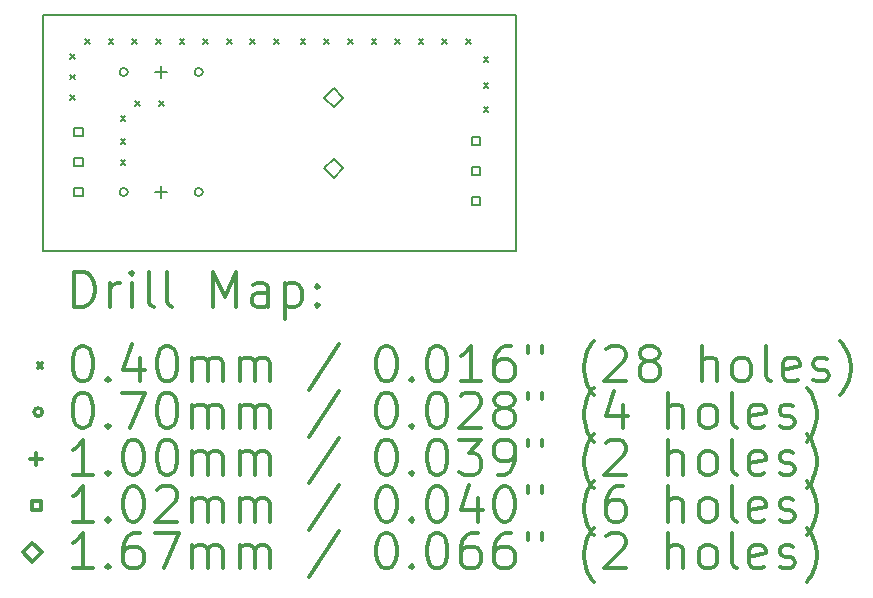
<source format=gbr>
%FSLAX45Y45*%
G04 Gerber Fmt 4.5, Leading zero omitted, Abs format (unit mm)*
G04 Created by KiCad (PCBNEW 4.0.2-stable) date 9/4/2016 3:01:29 AM*
%MOMM*%
G01*
G04 APERTURE LIST*
%ADD10C,0.127000*%
%ADD11C,0.150000*%
%ADD12C,0.200000*%
%ADD13C,0.300000*%
G04 APERTURE END LIST*
D10*
D11*
X16400000Y-11422000D02*
X12400000Y-11422000D01*
X16400000Y-9422000D02*
X16400000Y-11422000D01*
X12400000Y-9422000D02*
X16400000Y-9422000D01*
X12400000Y-11422000D02*
X12400000Y-9422000D01*
D12*
X12630000Y-9752000D02*
X12670000Y-9792000D01*
X12670000Y-9752000D02*
X12630000Y-9792000D01*
X12630000Y-9927000D02*
X12670000Y-9967000D01*
X12670000Y-9927000D02*
X12630000Y-9967000D01*
X12630000Y-10102000D02*
X12670000Y-10142000D01*
X12670000Y-10102000D02*
X12630000Y-10142000D01*
X12755000Y-9627000D02*
X12795000Y-9667000D01*
X12795000Y-9627000D02*
X12755000Y-9667000D01*
X12955000Y-9627000D02*
X12995000Y-9667000D01*
X12995000Y-9627000D02*
X12955000Y-9667000D01*
X13055000Y-10277000D02*
X13095000Y-10317000D01*
X13095000Y-10277000D02*
X13055000Y-10317000D01*
X13055000Y-10477000D02*
X13095000Y-10517000D01*
X13095000Y-10477000D02*
X13055000Y-10517000D01*
X13055000Y-10652000D02*
X13095000Y-10692000D01*
X13095000Y-10652000D02*
X13055000Y-10692000D01*
X13155000Y-9627000D02*
X13195000Y-9667000D01*
X13195000Y-9627000D02*
X13155000Y-9667000D01*
X13180000Y-10152000D02*
X13220000Y-10192000D01*
X13220000Y-10152000D02*
X13180000Y-10192000D01*
X13355000Y-9627000D02*
X13395000Y-9667000D01*
X13395000Y-9627000D02*
X13355000Y-9667000D01*
X13380000Y-10152000D02*
X13420000Y-10192000D01*
X13420000Y-10152000D02*
X13380000Y-10192000D01*
X13555000Y-9627000D02*
X13595000Y-9667000D01*
X13595000Y-9627000D02*
X13555000Y-9667000D01*
X13755000Y-9627000D02*
X13795000Y-9667000D01*
X13795000Y-9627000D02*
X13755000Y-9667000D01*
X13955000Y-9627000D02*
X13995000Y-9667000D01*
X13995000Y-9627000D02*
X13955000Y-9667000D01*
X14155000Y-9627000D02*
X14195000Y-9667000D01*
X14195000Y-9627000D02*
X14155000Y-9667000D01*
X14355000Y-9627000D02*
X14395000Y-9667000D01*
X14395000Y-9627000D02*
X14355000Y-9667000D01*
X14580000Y-9627000D02*
X14620000Y-9667000D01*
X14620000Y-9627000D02*
X14580000Y-9667000D01*
X14780000Y-9627000D02*
X14820000Y-9667000D01*
X14820000Y-9627000D02*
X14780000Y-9667000D01*
X14980000Y-9627000D02*
X15020000Y-9667000D01*
X15020000Y-9627000D02*
X14980000Y-9667000D01*
X15180000Y-9627000D02*
X15220000Y-9667000D01*
X15220000Y-9627000D02*
X15180000Y-9667000D01*
X15380000Y-9627000D02*
X15420000Y-9667000D01*
X15420000Y-9627000D02*
X15380000Y-9667000D01*
X15580000Y-9627000D02*
X15620000Y-9667000D01*
X15620000Y-9627000D02*
X15580000Y-9667000D01*
X15780000Y-9627000D02*
X15820000Y-9667000D01*
X15820000Y-9627000D02*
X15780000Y-9667000D01*
X15980000Y-9627000D02*
X16020000Y-9667000D01*
X16020000Y-9627000D02*
X15980000Y-9667000D01*
X16130000Y-9777000D02*
X16170000Y-9817000D01*
X16170000Y-9777000D02*
X16130000Y-9817000D01*
X16130000Y-10002000D02*
X16170000Y-10042000D01*
X16170000Y-10002000D02*
X16130000Y-10042000D01*
X16130000Y-10202000D02*
X16170000Y-10242000D01*
X16170000Y-10202000D02*
X16130000Y-10242000D01*
X13116052Y-9906000D02*
G75*
G03X13116052Y-9906000I-35052J0D01*
G01*
X13116052Y-10922000D02*
G75*
G03X13116052Y-10922000I-35052J0D01*
G01*
X13751052Y-9906000D02*
G75*
G03X13751052Y-9906000I-35052J0D01*
G01*
X13751052Y-10922000D02*
G75*
G03X13751052Y-10922000I-35052J0D01*
G01*
X13398500Y-9855962D02*
X13398500Y-9956038D01*
X13348462Y-9906000D02*
X13448538Y-9906000D01*
X13398500Y-10871962D02*
X13398500Y-10972038D01*
X13348462Y-10922000D02*
X13448538Y-10922000D01*
X12735921Y-10449921D02*
X12735921Y-10378079D01*
X12664079Y-10378079D01*
X12664079Y-10449921D01*
X12735921Y-10449921D01*
X12735921Y-10703921D02*
X12735921Y-10632079D01*
X12664079Y-10632079D01*
X12664079Y-10703921D01*
X12735921Y-10703921D01*
X12735921Y-10957921D02*
X12735921Y-10886079D01*
X12664079Y-10886079D01*
X12664079Y-10957921D01*
X12735921Y-10957921D01*
X16101421Y-10526121D02*
X16101421Y-10454279D01*
X16029579Y-10454279D01*
X16029579Y-10526121D01*
X16101421Y-10526121D01*
X16101421Y-10780121D02*
X16101421Y-10708279D01*
X16029579Y-10708279D01*
X16029579Y-10780121D01*
X16101421Y-10780121D01*
X16101421Y-11034121D02*
X16101421Y-10962279D01*
X16029579Y-10962279D01*
X16029579Y-11034121D01*
X16101421Y-11034121D01*
X14859000Y-10205500D02*
X14942500Y-10122000D01*
X14859000Y-10038500D01*
X14775500Y-10122000D01*
X14859000Y-10205500D01*
X14859000Y-10805500D02*
X14942500Y-10722000D01*
X14859000Y-10638500D01*
X14775500Y-10722000D01*
X14859000Y-10805500D01*
D13*
X12663928Y-11895214D02*
X12663928Y-11595214D01*
X12735357Y-11595214D01*
X12778214Y-11609500D01*
X12806786Y-11638071D01*
X12821071Y-11666643D01*
X12835357Y-11723786D01*
X12835357Y-11766643D01*
X12821071Y-11823786D01*
X12806786Y-11852357D01*
X12778214Y-11880929D01*
X12735357Y-11895214D01*
X12663928Y-11895214D01*
X12963928Y-11895214D02*
X12963928Y-11695214D01*
X12963928Y-11752357D02*
X12978214Y-11723786D01*
X12992500Y-11709500D01*
X13021071Y-11695214D01*
X13049643Y-11695214D01*
X13149643Y-11895214D02*
X13149643Y-11695214D01*
X13149643Y-11595214D02*
X13135357Y-11609500D01*
X13149643Y-11623786D01*
X13163928Y-11609500D01*
X13149643Y-11595214D01*
X13149643Y-11623786D01*
X13335357Y-11895214D02*
X13306786Y-11880929D01*
X13292500Y-11852357D01*
X13292500Y-11595214D01*
X13492500Y-11895214D02*
X13463928Y-11880929D01*
X13449643Y-11852357D01*
X13449643Y-11595214D01*
X13835357Y-11895214D02*
X13835357Y-11595214D01*
X13935357Y-11809500D01*
X14035357Y-11595214D01*
X14035357Y-11895214D01*
X14306786Y-11895214D02*
X14306786Y-11738071D01*
X14292500Y-11709500D01*
X14263928Y-11695214D01*
X14206786Y-11695214D01*
X14178214Y-11709500D01*
X14306786Y-11880929D02*
X14278214Y-11895214D01*
X14206786Y-11895214D01*
X14178214Y-11880929D01*
X14163928Y-11852357D01*
X14163928Y-11823786D01*
X14178214Y-11795214D01*
X14206786Y-11780929D01*
X14278214Y-11780929D01*
X14306786Y-11766643D01*
X14449643Y-11695214D02*
X14449643Y-11995214D01*
X14449643Y-11709500D02*
X14478214Y-11695214D01*
X14535357Y-11695214D01*
X14563928Y-11709500D01*
X14578214Y-11723786D01*
X14592500Y-11752357D01*
X14592500Y-11838071D01*
X14578214Y-11866643D01*
X14563928Y-11880929D01*
X14535357Y-11895214D01*
X14478214Y-11895214D01*
X14449643Y-11880929D01*
X14721071Y-11866643D02*
X14735357Y-11880929D01*
X14721071Y-11895214D01*
X14706786Y-11880929D01*
X14721071Y-11866643D01*
X14721071Y-11895214D01*
X14721071Y-11709500D02*
X14735357Y-11723786D01*
X14721071Y-11738071D01*
X14706786Y-11723786D01*
X14721071Y-11709500D01*
X14721071Y-11738071D01*
X12352500Y-12369500D02*
X12392500Y-12409500D01*
X12392500Y-12369500D02*
X12352500Y-12409500D01*
X12721071Y-12225214D02*
X12749643Y-12225214D01*
X12778214Y-12239500D01*
X12792500Y-12253786D01*
X12806786Y-12282357D01*
X12821071Y-12339500D01*
X12821071Y-12410929D01*
X12806786Y-12468071D01*
X12792500Y-12496643D01*
X12778214Y-12510929D01*
X12749643Y-12525214D01*
X12721071Y-12525214D01*
X12692500Y-12510929D01*
X12678214Y-12496643D01*
X12663928Y-12468071D01*
X12649643Y-12410929D01*
X12649643Y-12339500D01*
X12663928Y-12282357D01*
X12678214Y-12253786D01*
X12692500Y-12239500D01*
X12721071Y-12225214D01*
X12949643Y-12496643D02*
X12963928Y-12510929D01*
X12949643Y-12525214D01*
X12935357Y-12510929D01*
X12949643Y-12496643D01*
X12949643Y-12525214D01*
X13221071Y-12325214D02*
X13221071Y-12525214D01*
X13149643Y-12210929D02*
X13078214Y-12425214D01*
X13263928Y-12425214D01*
X13435357Y-12225214D02*
X13463928Y-12225214D01*
X13492500Y-12239500D01*
X13506786Y-12253786D01*
X13521071Y-12282357D01*
X13535357Y-12339500D01*
X13535357Y-12410929D01*
X13521071Y-12468071D01*
X13506786Y-12496643D01*
X13492500Y-12510929D01*
X13463928Y-12525214D01*
X13435357Y-12525214D01*
X13406786Y-12510929D01*
X13392500Y-12496643D01*
X13378214Y-12468071D01*
X13363928Y-12410929D01*
X13363928Y-12339500D01*
X13378214Y-12282357D01*
X13392500Y-12253786D01*
X13406786Y-12239500D01*
X13435357Y-12225214D01*
X13663928Y-12525214D02*
X13663928Y-12325214D01*
X13663928Y-12353786D02*
X13678214Y-12339500D01*
X13706786Y-12325214D01*
X13749643Y-12325214D01*
X13778214Y-12339500D01*
X13792500Y-12368071D01*
X13792500Y-12525214D01*
X13792500Y-12368071D02*
X13806786Y-12339500D01*
X13835357Y-12325214D01*
X13878214Y-12325214D01*
X13906786Y-12339500D01*
X13921071Y-12368071D01*
X13921071Y-12525214D01*
X14063928Y-12525214D02*
X14063928Y-12325214D01*
X14063928Y-12353786D02*
X14078214Y-12339500D01*
X14106786Y-12325214D01*
X14149643Y-12325214D01*
X14178214Y-12339500D01*
X14192500Y-12368071D01*
X14192500Y-12525214D01*
X14192500Y-12368071D02*
X14206786Y-12339500D01*
X14235357Y-12325214D01*
X14278214Y-12325214D01*
X14306786Y-12339500D01*
X14321071Y-12368071D01*
X14321071Y-12525214D01*
X14906786Y-12210929D02*
X14649643Y-12596643D01*
X15292500Y-12225214D02*
X15321071Y-12225214D01*
X15349643Y-12239500D01*
X15363928Y-12253786D01*
X15378214Y-12282357D01*
X15392500Y-12339500D01*
X15392500Y-12410929D01*
X15378214Y-12468071D01*
X15363928Y-12496643D01*
X15349643Y-12510929D01*
X15321071Y-12525214D01*
X15292500Y-12525214D01*
X15263928Y-12510929D01*
X15249643Y-12496643D01*
X15235357Y-12468071D01*
X15221071Y-12410929D01*
X15221071Y-12339500D01*
X15235357Y-12282357D01*
X15249643Y-12253786D01*
X15263928Y-12239500D01*
X15292500Y-12225214D01*
X15521071Y-12496643D02*
X15535357Y-12510929D01*
X15521071Y-12525214D01*
X15506786Y-12510929D01*
X15521071Y-12496643D01*
X15521071Y-12525214D01*
X15721071Y-12225214D02*
X15749643Y-12225214D01*
X15778214Y-12239500D01*
X15792500Y-12253786D01*
X15806785Y-12282357D01*
X15821071Y-12339500D01*
X15821071Y-12410929D01*
X15806785Y-12468071D01*
X15792500Y-12496643D01*
X15778214Y-12510929D01*
X15749643Y-12525214D01*
X15721071Y-12525214D01*
X15692500Y-12510929D01*
X15678214Y-12496643D01*
X15663928Y-12468071D01*
X15649643Y-12410929D01*
X15649643Y-12339500D01*
X15663928Y-12282357D01*
X15678214Y-12253786D01*
X15692500Y-12239500D01*
X15721071Y-12225214D01*
X16106785Y-12525214D02*
X15935357Y-12525214D01*
X16021071Y-12525214D02*
X16021071Y-12225214D01*
X15992500Y-12268071D01*
X15963928Y-12296643D01*
X15935357Y-12310929D01*
X16363928Y-12225214D02*
X16306785Y-12225214D01*
X16278214Y-12239500D01*
X16263928Y-12253786D01*
X16235357Y-12296643D01*
X16221071Y-12353786D01*
X16221071Y-12468071D01*
X16235357Y-12496643D01*
X16249643Y-12510929D01*
X16278214Y-12525214D01*
X16335357Y-12525214D01*
X16363928Y-12510929D01*
X16378214Y-12496643D01*
X16392500Y-12468071D01*
X16392500Y-12396643D01*
X16378214Y-12368071D01*
X16363928Y-12353786D01*
X16335357Y-12339500D01*
X16278214Y-12339500D01*
X16249643Y-12353786D01*
X16235357Y-12368071D01*
X16221071Y-12396643D01*
X16506786Y-12225214D02*
X16506786Y-12282357D01*
X16621071Y-12225214D02*
X16621071Y-12282357D01*
X17063928Y-12639500D02*
X17049643Y-12625214D01*
X17021071Y-12582357D01*
X17006786Y-12553786D01*
X16992500Y-12510929D01*
X16978214Y-12439500D01*
X16978214Y-12382357D01*
X16992500Y-12310929D01*
X17006786Y-12268071D01*
X17021071Y-12239500D01*
X17049643Y-12196643D01*
X17063928Y-12182357D01*
X17163928Y-12253786D02*
X17178214Y-12239500D01*
X17206786Y-12225214D01*
X17278214Y-12225214D01*
X17306786Y-12239500D01*
X17321071Y-12253786D01*
X17335357Y-12282357D01*
X17335357Y-12310929D01*
X17321071Y-12353786D01*
X17149643Y-12525214D01*
X17335357Y-12525214D01*
X17506786Y-12353786D02*
X17478214Y-12339500D01*
X17463928Y-12325214D01*
X17449643Y-12296643D01*
X17449643Y-12282357D01*
X17463928Y-12253786D01*
X17478214Y-12239500D01*
X17506786Y-12225214D01*
X17563928Y-12225214D01*
X17592500Y-12239500D01*
X17606786Y-12253786D01*
X17621071Y-12282357D01*
X17621071Y-12296643D01*
X17606786Y-12325214D01*
X17592500Y-12339500D01*
X17563928Y-12353786D01*
X17506786Y-12353786D01*
X17478214Y-12368071D01*
X17463928Y-12382357D01*
X17449643Y-12410929D01*
X17449643Y-12468071D01*
X17463928Y-12496643D01*
X17478214Y-12510929D01*
X17506786Y-12525214D01*
X17563928Y-12525214D01*
X17592500Y-12510929D01*
X17606786Y-12496643D01*
X17621071Y-12468071D01*
X17621071Y-12410929D01*
X17606786Y-12382357D01*
X17592500Y-12368071D01*
X17563928Y-12353786D01*
X17978214Y-12525214D02*
X17978214Y-12225214D01*
X18106786Y-12525214D02*
X18106786Y-12368071D01*
X18092500Y-12339500D01*
X18063928Y-12325214D01*
X18021071Y-12325214D01*
X17992500Y-12339500D01*
X17978214Y-12353786D01*
X18292500Y-12525214D02*
X18263928Y-12510929D01*
X18249643Y-12496643D01*
X18235357Y-12468071D01*
X18235357Y-12382357D01*
X18249643Y-12353786D01*
X18263928Y-12339500D01*
X18292500Y-12325214D01*
X18335357Y-12325214D01*
X18363928Y-12339500D01*
X18378214Y-12353786D01*
X18392500Y-12382357D01*
X18392500Y-12468071D01*
X18378214Y-12496643D01*
X18363928Y-12510929D01*
X18335357Y-12525214D01*
X18292500Y-12525214D01*
X18563928Y-12525214D02*
X18535357Y-12510929D01*
X18521071Y-12482357D01*
X18521071Y-12225214D01*
X18792500Y-12510929D02*
X18763929Y-12525214D01*
X18706786Y-12525214D01*
X18678214Y-12510929D01*
X18663929Y-12482357D01*
X18663929Y-12368071D01*
X18678214Y-12339500D01*
X18706786Y-12325214D01*
X18763929Y-12325214D01*
X18792500Y-12339500D01*
X18806786Y-12368071D01*
X18806786Y-12396643D01*
X18663929Y-12425214D01*
X18921071Y-12510929D02*
X18949643Y-12525214D01*
X19006786Y-12525214D01*
X19035357Y-12510929D01*
X19049643Y-12482357D01*
X19049643Y-12468071D01*
X19035357Y-12439500D01*
X19006786Y-12425214D01*
X18963929Y-12425214D01*
X18935357Y-12410929D01*
X18921071Y-12382357D01*
X18921071Y-12368071D01*
X18935357Y-12339500D01*
X18963929Y-12325214D01*
X19006786Y-12325214D01*
X19035357Y-12339500D01*
X19149643Y-12639500D02*
X19163929Y-12625214D01*
X19192500Y-12582357D01*
X19206786Y-12553786D01*
X19221071Y-12510929D01*
X19235357Y-12439500D01*
X19235357Y-12382357D01*
X19221071Y-12310929D01*
X19206786Y-12268071D01*
X19192500Y-12239500D01*
X19163929Y-12196643D01*
X19149643Y-12182357D01*
X12392500Y-12785500D02*
G75*
G03X12392500Y-12785500I-35052J0D01*
G01*
X12721071Y-12621214D02*
X12749643Y-12621214D01*
X12778214Y-12635500D01*
X12792500Y-12649786D01*
X12806786Y-12678357D01*
X12821071Y-12735500D01*
X12821071Y-12806929D01*
X12806786Y-12864071D01*
X12792500Y-12892643D01*
X12778214Y-12906929D01*
X12749643Y-12921214D01*
X12721071Y-12921214D01*
X12692500Y-12906929D01*
X12678214Y-12892643D01*
X12663928Y-12864071D01*
X12649643Y-12806929D01*
X12649643Y-12735500D01*
X12663928Y-12678357D01*
X12678214Y-12649786D01*
X12692500Y-12635500D01*
X12721071Y-12621214D01*
X12949643Y-12892643D02*
X12963928Y-12906929D01*
X12949643Y-12921214D01*
X12935357Y-12906929D01*
X12949643Y-12892643D01*
X12949643Y-12921214D01*
X13063928Y-12621214D02*
X13263928Y-12621214D01*
X13135357Y-12921214D01*
X13435357Y-12621214D02*
X13463928Y-12621214D01*
X13492500Y-12635500D01*
X13506786Y-12649786D01*
X13521071Y-12678357D01*
X13535357Y-12735500D01*
X13535357Y-12806929D01*
X13521071Y-12864071D01*
X13506786Y-12892643D01*
X13492500Y-12906929D01*
X13463928Y-12921214D01*
X13435357Y-12921214D01*
X13406786Y-12906929D01*
X13392500Y-12892643D01*
X13378214Y-12864071D01*
X13363928Y-12806929D01*
X13363928Y-12735500D01*
X13378214Y-12678357D01*
X13392500Y-12649786D01*
X13406786Y-12635500D01*
X13435357Y-12621214D01*
X13663928Y-12921214D02*
X13663928Y-12721214D01*
X13663928Y-12749786D02*
X13678214Y-12735500D01*
X13706786Y-12721214D01*
X13749643Y-12721214D01*
X13778214Y-12735500D01*
X13792500Y-12764071D01*
X13792500Y-12921214D01*
X13792500Y-12764071D02*
X13806786Y-12735500D01*
X13835357Y-12721214D01*
X13878214Y-12721214D01*
X13906786Y-12735500D01*
X13921071Y-12764071D01*
X13921071Y-12921214D01*
X14063928Y-12921214D02*
X14063928Y-12721214D01*
X14063928Y-12749786D02*
X14078214Y-12735500D01*
X14106786Y-12721214D01*
X14149643Y-12721214D01*
X14178214Y-12735500D01*
X14192500Y-12764071D01*
X14192500Y-12921214D01*
X14192500Y-12764071D02*
X14206786Y-12735500D01*
X14235357Y-12721214D01*
X14278214Y-12721214D01*
X14306786Y-12735500D01*
X14321071Y-12764071D01*
X14321071Y-12921214D01*
X14906786Y-12606929D02*
X14649643Y-12992643D01*
X15292500Y-12621214D02*
X15321071Y-12621214D01*
X15349643Y-12635500D01*
X15363928Y-12649786D01*
X15378214Y-12678357D01*
X15392500Y-12735500D01*
X15392500Y-12806929D01*
X15378214Y-12864071D01*
X15363928Y-12892643D01*
X15349643Y-12906929D01*
X15321071Y-12921214D01*
X15292500Y-12921214D01*
X15263928Y-12906929D01*
X15249643Y-12892643D01*
X15235357Y-12864071D01*
X15221071Y-12806929D01*
X15221071Y-12735500D01*
X15235357Y-12678357D01*
X15249643Y-12649786D01*
X15263928Y-12635500D01*
X15292500Y-12621214D01*
X15521071Y-12892643D02*
X15535357Y-12906929D01*
X15521071Y-12921214D01*
X15506786Y-12906929D01*
X15521071Y-12892643D01*
X15521071Y-12921214D01*
X15721071Y-12621214D02*
X15749643Y-12621214D01*
X15778214Y-12635500D01*
X15792500Y-12649786D01*
X15806785Y-12678357D01*
X15821071Y-12735500D01*
X15821071Y-12806929D01*
X15806785Y-12864071D01*
X15792500Y-12892643D01*
X15778214Y-12906929D01*
X15749643Y-12921214D01*
X15721071Y-12921214D01*
X15692500Y-12906929D01*
X15678214Y-12892643D01*
X15663928Y-12864071D01*
X15649643Y-12806929D01*
X15649643Y-12735500D01*
X15663928Y-12678357D01*
X15678214Y-12649786D01*
X15692500Y-12635500D01*
X15721071Y-12621214D01*
X15935357Y-12649786D02*
X15949643Y-12635500D01*
X15978214Y-12621214D01*
X16049643Y-12621214D01*
X16078214Y-12635500D01*
X16092500Y-12649786D01*
X16106785Y-12678357D01*
X16106785Y-12706929D01*
X16092500Y-12749786D01*
X15921071Y-12921214D01*
X16106785Y-12921214D01*
X16278214Y-12749786D02*
X16249643Y-12735500D01*
X16235357Y-12721214D01*
X16221071Y-12692643D01*
X16221071Y-12678357D01*
X16235357Y-12649786D01*
X16249643Y-12635500D01*
X16278214Y-12621214D01*
X16335357Y-12621214D01*
X16363928Y-12635500D01*
X16378214Y-12649786D01*
X16392500Y-12678357D01*
X16392500Y-12692643D01*
X16378214Y-12721214D01*
X16363928Y-12735500D01*
X16335357Y-12749786D01*
X16278214Y-12749786D01*
X16249643Y-12764071D01*
X16235357Y-12778357D01*
X16221071Y-12806929D01*
X16221071Y-12864071D01*
X16235357Y-12892643D01*
X16249643Y-12906929D01*
X16278214Y-12921214D01*
X16335357Y-12921214D01*
X16363928Y-12906929D01*
X16378214Y-12892643D01*
X16392500Y-12864071D01*
X16392500Y-12806929D01*
X16378214Y-12778357D01*
X16363928Y-12764071D01*
X16335357Y-12749786D01*
X16506786Y-12621214D02*
X16506786Y-12678357D01*
X16621071Y-12621214D02*
X16621071Y-12678357D01*
X17063928Y-13035500D02*
X17049643Y-13021214D01*
X17021071Y-12978357D01*
X17006786Y-12949786D01*
X16992500Y-12906929D01*
X16978214Y-12835500D01*
X16978214Y-12778357D01*
X16992500Y-12706929D01*
X17006786Y-12664071D01*
X17021071Y-12635500D01*
X17049643Y-12592643D01*
X17063928Y-12578357D01*
X17306786Y-12721214D02*
X17306786Y-12921214D01*
X17235357Y-12606929D02*
X17163928Y-12821214D01*
X17349643Y-12821214D01*
X17692500Y-12921214D02*
X17692500Y-12621214D01*
X17821071Y-12921214D02*
X17821071Y-12764071D01*
X17806786Y-12735500D01*
X17778214Y-12721214D01*
X17735357Y-12721214D01*
X17706786Y-12735500D01*
X17692500Y-12749786D01*
X18006786Y-12921214D02*
X17978214Y-12906929D01*
X17963928Y-12892643D01*
X17949643Y-12864071D01*
X17949643Y-12778357D01*
X17963928Y-12749786D01*
X17978214Y-12735500D01*
X18006786Y-12721214D01*
X18049643Y-12721214D01*
X18078214Y-12735500D01*
X18092500Y-12749786D01*
X18106786Y-12778357D01*
X18106786Y-12864071D01*
X18092500Y-12892643D01*
X18078214Y-12906929D01*
X18049643Y-12921214D01*
X18006786Y-12921214D01*
X18278214Y-12921214D02*
X18249643Y-12906929D01*
X18235357Y-12878357D01*
X18235357Y-12621214D01*
X18506786Y-12906929D02*
X18478214Y-12921214D01*
X18421071Y-12921214D01*
X18392500Y-12906929D01*
X18378214Y-12878357D01*
X18378214Y-12764071D01*
X18392500Y-12735500D01*
X18421071Y-12721214D01*
X18478214Y-12721214D01*
X18506786Y-12735500D01*
X18521071Y-12764071D01*
X18521071Y-12792643D01*
X18378214Y-12821214D01*
X18635357Y-12906929D02*
X18663929Y-12921214D01*
X18721071Y-12921214D01*
X18749643Y-12906929D01*
X18763929Y-12878357D01*
X18763929Y-12864071D01*
X18749643Y-12835500D01*
X18721071Y-12821214D01*
X18678214Y-12821214D01*
X18649643Y-12806929D01*
X18635357Y-12778357D01*
X18635357Y-12764071D01*
X18649643Y-12735500D01*
X18678214Y-12721214D01*
X18721071Y-12721214D01*
X18749643Y-12735500D01*
X18863928Y-13035500D02*
X18878214Y-13021214D01*
X18906786Y-12978357D01*
X18921071Y-12949786D01*
X18935357Y-12906929D01*
X18949643Y-12835500D01*
X18949643Y-12778357D01*
X18935357Y-12706929D01*
X18921071Y-12664071D01*
X18906786Y-12635500D01*
X18878214Y-12592643D01*
X18863928Y-12578357D01*
X12342462Y-13131462D02*
X12342462Y-13231538D01*
X12292424Y-13181500D02*
X12392500Y-13181500D01*
X12821071Y-13317214D02*
X12649643Y-13317214D01*
X12735357Y-13317214D02*
X12735357Y-13017214D01*
X12706786Y-13060071D01*
X12678214Y-13088643D01*
X12649643Y-13102929D01*
X12949643Y-13288643D02*
X12963928Y-13302929D01*
X12949643Y-13317214D01*
X12935357Y-13302929D01*
X12949643Y-13288643D01*
X12949643Y-13317214D01*
X13149643Y-13017214D02*
X13178214Y-13017214D01*
X13206786Y-13031500D01*
X13221071Y-13045786D01*
X13235357Y-13074357D01*
X13249643Y-13131500D01*
X13249643Y-13202929D01*
X13235357Y-13260071D01*
X13221071Y-13288643D01*
X13206786Y-13302929D01*
X13178214Y-13317214D01*
X13149643Y-13317214D01*
X13121071Y-13302929D01*
X13106786Y-13288643D01*
X13092500Y-13260071D01*
X13078214Y-13202929D01*
X13078214Y-13131500D01*
X13092500Y-13074357D01*
X13106786Y-13045786D01*
X13121071Y-13031500D01*
X13149643Y-13017214D01*
X13435357Y-13017214D02*
X13463928Y-13017214D01*
X13492500Y-13031500D01*
X13506786Y-13045786D01*
X13521071Y-13074357D01*
X13535357Y-13131500D01*
X13535357Y-13202929D01*
X13521071Y-13260071D01*
X13506786Y-13288643D01*
X13492500Y-13302929D01*
X13463928Y-13317214D01*
X13435357Y-13317214D01*
X13406786Y-13302929D01*
X13392500Y-13288643D01*
X13378214Y-13260071D01*
X13363928Y-13202929D01*
X13363928Y-13131500D01*
X13378214Y-13074357D01*
X13392500Y-13045786D01*
X13406786Y-13031500D01*
X13435357Y-13017214D01*
X13663928Y-13317214D02*
X13663928Y-13117214D01*
X13663928Y-13145786D02*
X13678214Y-13131500D01*
X13706786Y-13117214D01*
X13749643Y-13117214D01*
X13778214Y-13131500D01*
X13792500Y-13160071D01*
X13792500Y-13317214D01*
X13792500Y-13160071D02*
X13806786Y-13131500D01*
X13835357Y-13117214D01*
X13878214Y-13117214D01*
X13906786Y-13131500D01*
X13921071Y-13160071D01*
X13921071Y-13317214D01*
X14063928Y-13317214D02*
X14063928Y-13117214D01*
X14063928Y-13145786D02*
X14078214Y-13131500D01*
X14106786Y-13117214D01*
X14149643Y-13117214D01*
X14178214Y-13131500D01*
X14192500Y-13160071D01*
X14192500Y-13317214D01*
X14192500Y-13160071D02*
X14206786Y-13131500D01*
X14235357Y-13117214D01*
X14278214Y-13117214D01*
X14306786Y-13131500D01*
X14321071Y-13160071D01*
X14321071Y-13317214D01*
X14906786Y-13002929D02*
X14649643Y-13388643D01*
X15292500Y-13017214D02*
X15321071Y-13017214D01*
X15349643Y-13031500D01*
X15363928Y-13045786D01*
X15378214Y-13074357D01*
X15392500Y-13131500D01*
X15392500Y-13202929D01*
X15378214Y-13260071D01*
X15363928Y-13288643D01*
X15349643Y-13302929D01*
X15321071Y-13317214D01*
X15292500Y-13317214D01*
X15263928Y-13302929D01*
X15249643Y-13288643D01*
X15235357Y-13260071D01*
X15221071Y-13202929D01*
X15221071Y-13131500D01*
X15235357Y-13074357D01*
X15249643Y-13045786D01*
X15263928Y-13031500D01*
X15292500Y-13017214D01*
X15521071Y-13288643D02*
X15535357Y-13302929D01*
X15521071Y-13317214D01*
X15506786Y-13302929D01*
X15521071Y-13288643D01*
X15521071Y-13317214D01*
X15721071Y-13017214D02*
X15749643Y-13017214D01*
X15778214Y-13031500D01*
X15792500Y-13045786D01*
X15806785Y-13074357D01*
X15821071Y-13131500D01*
X15821071Y-13202929D01*
X15806785Y-13260071D01*
X15792500Y-13288643D01*
X15778214Y-13302929D01*
X15749643Y-13317214D01*
X15721071Y-13317214D01*
X15692500Y-13302929D01*
X15678214Y-13288643D01*
X15663928Y-13260071D01*
X15649643Y-13202929D01*
X15649643Y-13131500D01*
X15663928Y-13074357D01*
X15678214Y-13045786D01*
X15692500Y-13031500D01*
X15721071Y-13017214D01*
X15921071Y-13017214D02*
X16106785Y-13017214D01*
X16006785Y-13131500D01*
X16049643Y-13131500D01*
X16078214Y-13145786D01*
X16092500Y-13160071D01*
X16106785Y-13188643D01*
X16106785Y-13260071D01*
X16092500Y-13288643D01*
X16078214Y-13302929D01*
X16049643Y-13317214D01*
X15963928Y-13317214D01*
X15935357Y-13302929D01*
X15921071Y-13288643D01*
X16249643Y-13317214D02*
X16306785Y-13317214D01*
X16335357Y-13302929D01*
X16349643Y-13288643D01*
X16378214Y-13245786D01*
X16392500Y-13188643D01*
X16392500Y-13074357D01*
X16378214Y-13045786D01*
X16363928Y-13031500D01*
X16335357Y-13017214D01*
X16278214Y-13017214D01*
X16249643Y-13031500D01*
X16235357Y-13045786D01*
X16221071Y-13074357D01*
X16221071Y-13145786D01*
X16235357Y-13174357D01*
X16249643Y-13188643D01*
X16278214Y-13202929D01*
X16335357Y-13202929D01*
X16363928Y-13188643D01*
X16378214Y-13174357D01*
X16392500Y-13145786D01*
X16506786Y-13017214D02*
X16506786Y-13074357D01*
X16621071Y-13017214D02*
X16621071Y-13074357D01*
X17063928Y-13431500D02*
X17049643Y-13417214D01*
X17021071Y-13374357D01*
X17006786Y-13345786D01*
X16992500Y-13302929D01*
X16978214Y-13231500D01*
X16978214Y-13174357D01*
X16992500Y-13102929D01*
X17006786Y-13060071D01*
X17021071Y-13031500D01*
X17049643Y-12988643D01*
X17063928Y-12974357D01*
X17163928Y-13045786D02*
X17178214Y-13031500D01*
X17206786Y-13017214D01*
X17278214Y-13017214D01*
X17306786Y-13031500D01*
X17321071Y-13045786D01*
X17335357Y-13074357D01*
X17335357Y-13102929D01*
X17321071Y-13145786D01*
X17149643Y-13317214D01*
X17335357Y-13317214D01*
X17692500Y-13317214D02*
X17692500Y-13017214D01*
X17821071Y-13317214D02*
X17821071Y-13160071D01*
X17806786Y-13131500D01*
X17778214Y-13117214D01*
X17735357Y-13117214D01*
X17706786Y-13131500D01*
X17692500Y-13145786D01*
X18006786Y-13317214D02*
X17978214Y-13302929D01*
X17963928Y-13288643D01*
X17949643Y-13260071D01*
X17949643Y-13174357D01*
X17963928Y-13145786D01*
X17978214Y-13131500D01*
X18006786Y-13117214D01*
X18049643Y-13117214D01*
X18078214Y-13131500D01*
X18092500Y-13145786D01*
X18106786Y-13174357D01*
X18106786Y-13260071D01*
X18092500Y-13288643D01*
X18078214Y-13302929D01*
X18049643Y-13317214D01*
X18006786Y-13317214D01*
X18278214Y-13317214D02*
X18249643Y-13302929D01*
X18235357Y-13274357D01*
X18235357Y-13017214D01*
X18506786Y-13302929D02*
X18478214Y-13317214D01*
X18421071Y-13317214D01*
X18392500Y-13302929D01*
X18378214Y-13274357D01*
X18378214Y-13160071D01*
X18392500Y-13131500D01*
X18421071Y-13117214D01*
X18478214Y-13117214D01*
X18506786Y-13131500D01*
X18521071Y-13160071D01*
X18521071Y-13188643D01*
X18378214Y-13217214D01*
X18635357Y-13302929D02*
X18663929Y-13317214D01*
X18721071Y-13317214D01*
X18749643Y-13302929D01*
X18763929Y-13274357D01*
X18763929Y-13260071D01*
X18749643Y-13231500D01*
X18721071Y-13217214D01*
X18678214Y-13217214D01*
X18649643Y-13202929D01*
X18635357Y-13174357D01*
X18635357Y-13160071D01*
X18649643Y-13131500D01*
X18678214Y-13117214D01*
X18721071Y-13117214D01*
X18749643Y-13131500D01*
X18863928Y-13431500D02*
X18878214Y-13417214D01*
X18906786Y-13374357D01*
X18921071Y-13345786D01*
X18935357Y-13302929D01*
X18949643Y-13231500D01*
X18949643Y-13174357D01*
X18935357Y-13102929D01*
X18921071Y-13060071D01*
X18906786Y-13031500D01*
X18878214Y-12988643D01*
X18863928Y-12974357D01*
X12377621Y-13613421D02*
X12377621Y-13541579D01*
X12305778Y-13541579D01*
X12305778Y-13613421D01*
X12377621Y-13613421D01*
X12821071Y-13713214D02*
X12649643Y-13713214D01*
X12735357Y-13713214D02*
X12735357Y-13413214D01*
X12706786Y-13456071D01*
X12678214Y-13484643D01*
X12649643Y-13498929D01*
X12949643Y-13684643D02*
X12963928Y-13698929D01*
X12949643Y-13713214D01*
X12935357Y-13698929D01*
X12949643Y-13684643D01*
X12949643Y-13713214D01*
X13149643Y-13413214D02*
X13178214Y-13413214D01*
X13206786Y-13427500D01*
X13221071Y-13441786D01*
X13235357Y-13470357D01*
X13249643Y-13527500D01*
X13249643Y-13598929D01*
X13235357Y-13656071D01*
X13221071Y-13684643D01*
X13206786Y-13698929D01*
X13178214Y-13713214D01*
X13149643Y-13713214D01*
X13121071Y-13698929D01*
X13106786Y-13684643D01*
X13092500Y-13656071D01*
X13078214Y-13598929D01*
X13078214Y-13527500D01*
X13092500Y-13470357D01*
X13106786Y-13441786D01*
X13121071Y-13427500D01*
X13149643Y-13413214D01*
X13363928Y-13441786D02*
X13378214Y-13427500D01*
X13406786Y-13413214D01*
X13478214Y-13413214D01*
X13506786Y-13427500D01*
X13521071Y-13441786D01*
X13535357Y-13470357D01*
X13535357Y-13498929D01*
X13521071Y-13541786D01*
X13349643Y-13713214D01*
X13535357Y-13713214D01*
X13663928Y-13713214D02*
X13663928Y-13513214D01*
X13663928Y-13541786D02*
X13678214Y-13527500D01*
X13706786Y-13513214D01*
X13749643Y-13513214D01*
X13778214Y-13527500D01*
X13792500Y-13556071D01*
X13792500Y-13713214D01*
X13792500Y-13556071D02*
X13806786Y-13527500D01*
X13835357Y-13513214D01*
X13878214Y-13513214D01*
X13906786Y-13527500D01*
X13921071Y-13556071D01*
X13921071Y-13713214D01*
X14063928Y-13713214D02*
X14063928Y-13513214D01*
X14063928Y-13541786D02*
X14078214Y-13527500D01*
X14106786Y-13513214D01*
X14149643Y-13513214D01*
X14178214Y-13527500D01*
X14192500Y-13556071D01*
X14192500Y-13713214D01*
X14192500Y-13556071D02*
X14206786Y-13527500D01*
X14235357Y-13513214D01*
X14278214Y-13513214D01*
X14306786Y-13527500D01*
X14321071Y-13556071D01*
X14321071Y-13713214D01*
X14906786Y-13398929D02*
X14649643Y-13784643D01*
X15292500Y-13413214D02*
X15321071Y-13413214D01*
X15349643Y-13427500D01*
X15363928Y-13441786D01*
X15378214Y-13470357D01*
X15392500Y-13527500D01*
X15392500Y-13598929D01*
X15378214Y-13656071D01*
X15363928Y-13684643D01*
X15349643Y-13698929D01*
X15321071Y-13713214D01*
X15292500Y-13713214D01*
X15263928Y-13698929D01*
X15249643Y-13684643D01*
X15235357Y-13656071D01*
X15221071Y-13598929D01*
X15221071Y-13527500D01*
X15235357Y-13470357D01*
X15249643Y-13441786D01*
X15263928Y-13427500D01*
X15292500Y-13413214D01*
X15521071Y-13684643D02*
X15535357Y-13698929D01*
X15521071Y-13713214D01*
X15506786Y-13698929D01*
X15521071Y-13684643D01*
X15521071Y-13713214D01*
X15721071Y-13413214D02*
X15749643Y-13413214D01*
X15778214Y-13427500D01*
X15792500Y-13441786D01*
X15806785Y-13470357D01*
X15821071Y-13527500D01*
X15821071Y-13598929D01*
X15806785Y-13656071D01*
X15792500Y-13684643D01*
X15778214Y-13698929D01*
X15749643Y-13713214D01*
X15721071Y-13713214D01*
X15692500Y-13698929D01*
X15678214Y-13684643D01*
X15663928Y-13656071D01*
X15649643Y-13598929D01*
X15649643Y-13527500D01*
X15663928Y-13470357D01*
X15678214Y-13441786D01*
X15692500Y-13427500D01*
X15721071Y-13413214D01*
X16078214Y-13513214D02*
X16078214Y-13713214D01*
X16006785Y-13398929D02*
X15935357Y-13613214D01*
X16121071Y-13613214D01*
X16292500Y-13413214D02*
X16321071Y-13413214D01*
X16349643Y-13427500D01*
X16363928Y-13441786D01*
X16378214Y-13470357D01*
X16392500Y-13527500D01*
X16392500Y-13598929D01*
X16378214Y-13656071D01*
X16363928Y-13684643D01*
X16349643Y-13698929D01*
X16321071Y-13713214D01*
X16292500Y-13713214D01*
X16263928Y-13698929D01*
X16249643Y-13684643D01*
X16235357Y-13656071D01*
X16221071Y-13598929D01*
X16221071Y-13527500D01*
X16235357Y-13470357D01*
X16249643Y-13441786D01*
X16263928Y-13427500D01*
X16292500Y-13413214D01*
X16506786Y-13413214D02*
X16506786Y-13470357D01*
X16621071Y-13413214D02*
X16621071Y-13470357D01*
X17063928Y-13827500D02*
X17049643Y-13813214D01*
X17021071Y-13770357D01*
X17006786Y-13741786D01*
X16992500Y-13698929D01*
X16978214Y-13627500D01*
X16978214Y-13570357D01*
X16992500Y-13498929D01*
X17006786Y-13456071D01*
X17021071Y-13427500D01*
X17049643Y-13384643D01*
X17063928Y-13370357D01*
X17306786Y-13413214D02*
X17249643Y-13413214D01*
X17221071Y-13427500D01*
X17206786Y-13441786D01*
X17178214Y-13484643D01*
X17163928Y-13541786D01*
X17163928Y-13656071D01*
X17178214Y-13684643D01*
X17192500Y-13698929D01*
X17221071Y-13713214D01*
X17278214Y-13713214D01*
X17306786Y-13698929D01*
X17321071Y-13684643D01*
X17335357Y-13656071D01*
X17335357Y-13584643D01*
X17321071Y-13556071D01*
X17306786Y-13541786D01*
X17278214Y-13527500D01*
X17221071Y-13527500D01*
X17192500Y-13541786D01*
X17178214Y-13556071D01*
X17163928Y-13584643D01*
X17692500Y-13713214D02*
X17692500Y-13413214D01*
X17821071Y-13713214D02*
X17821071Y-13556071D01*
X17806786Y-13527500D01*
X17778214Y-13513214D01*
X17735357Y-13513214D01*
X17706786Y-13527500D01*
X17692500Y-13541786D01*
X18006786Y-13713214D02*
X17978214Y-13698929D01*
X17963928Y-13684643D01*
X17949643Y-13656071D01*
X17949643Y-13570357D01*
X17963928Y-13541786D01*
X17978214Y-13527500D01*
X18006786Y-13513214D01*
X18049643Y-13513214D01*
X18078214Y-13527500D01*
X18092500Y-13541786D01*
X18106786Y-13570357D01*
X18106786Y-13656071D01*
X18092500Y-13684643D01*
X18078214Y-13698929D01*
X18049643Y-13713214D01*
X18006786Y-13713214D01*
X18278214Y-13713214D02*
X18249643Y-13698929D01*
X18235357Y-13670357D01*
X18235357Y-13413214D01*
X18506786Y-13698929D02*
X18478214Y-13713214D01*
X18421071Y-13713214D01*
X18392500Y-13698929D01*
X18378214Y-13670357D01*
X18378214Y-13556071D01*
X18392500Y-13527500D01*
X18421071Y-13513214D01*
X18478214Y-13513214D01*
X18506786Y-13527500D01*
X18521071Y-13556071D01*
X18521071Y-13584643D01*
X18378214Y-13613214D01*
X18635357Y-13698929D02*
X18663929Y-13713214D01*
X18721071Y-13713214D01*
X18749643Y-13698929D01*
X18763929Y-13670357D01*
X18763929Y-13656071D01*
X18749643Y-13627500D01*
X18721071Y-13613214D01*
X18678214Y-13613214D01*
X18649643Y-13598929D01*
X18635357Y-13570357D01*
X18635357Y-13556071D01*
X18649643Y-13527500D01*
X18678214Y-13513214D01*
X18721071Y-13513214D01*
X18749643Y-13527500D01*
X18863928Y-13827500D02*
X18878214Y-13813214D01*
X18906786Y-13770357D01*
X18921071Y-13741786D01*
X18935357Y-13698929D01*
X18949643Y-13627500D01*
X18949643Y-13570357D01*
X18935357Y-13498929D01*
X18921071Y-13456071D01*
X18906786Y-13427500D01*
X18878214Y-13384643D01*
X18863928Y-13370357D01*
X12309000Y-14057000D02*
X12392500Y-13973500D01*
X12309000Y-13890000D01*
X12225500Y-13973500D01*
X12309000Y-14057000D01*
X12821071Y-14109214D02*
X12649643Y-14109214D01*
X12735357Y-14109214D02*
X12735357Y-13809214D01*
X12706786Y-13852071D01*
X12678214Y-13880643D01*
X12649643Y-13894929D01*
X12949643Y-14080643D02*
X12963928Y-14094929D01*
X12949643Y-14109214D01*
X12935357Y-14094929D01*
X12949643Y-14080643D01*
X12949643Y-14109214D01*
X13221071Y-13809214D02*
X13163928Y-13809214D01*
X13135357Y-13823500D01*
X13121071Y-13837786D01*
X13092500Y-13880643D01*
X13078214Y-13937786D01*
X13078214Y-14052071D01*
X13092500Y-14080643D01*
X13106786Y-14094929D01*
X13135357Y-14109214D01*
X13192500Y-14109214D01*
X13221071Y-14094929D01*
X13235357Y-14080643D01*
X13249643Y-14052071D01*
X13249643Y-13980643D01*
X13235357Y-13952071D01*
X13221071Y-13937786D01*
X13192500Y-13923500D01*
X13135357Y-13923500D01*
X13106786Y-13937786D01*
X13092500Y-13952071D01*
X13078214Y-13980643D01*
X13349643Y-13809214D02*
X13549643Y-13809214D01*
X13421071Y-14109214D01*
X13663928Y-14109214D02*
X13663928Y-13909214D01*
X13663928Y-13937786D02*
X13678214Y-13923500D01*
X13706786Y-13909214D01*
X13749643Y-13909214D01*
X13778214Y-13923500D01*
X13792500Y-13952071D01*
X13792500Y-14109214D01*
X13792500Y-13952071D02*
X13806786Y-13923500D01*
X13835357Y-13909214D01*
X13878214Y-13909214D01*
X13906786Y-13923500D01*
X13921071Y-13952071D01*
X13921071Y-14109214D01*
X14063928Y-14109214D02*
X14063928Y-13909214D01*
X14063928Y-13937786D02*
X14078214Y-13923500D01*
X14106786Y-13909214D01*
X14149643Y-13909214D01*
X14178214Y-13923500D01*
X14192500Y-13952071D01*
X14192500Y-14109214D01*
X14192500Y-13952071D02*
X14206786Y-13923500D01*
X14235357Y-13909214D01*
X14278214Y-13909214D01*
X14306786Y-13923500D01*
X14321071Y-13952071D01*
X14321071Y-14109214D01*
X14906786Y-13794929D02*
X14649643Y-14180643D01*
X15292500Y-13809214D02*
X15321071Y-13809214D01*
X15349643Y-13823500D01*
X15363928Y-13837786D01*
X15378214Y-13866357D01*
X15392500Y-13923500D01*
X15392500Y-13994929D01*
X15378214Y-14052071D01*
X15363928Y-14080643D01*
X15349643Y-14094929D01*
X15321071Y-14109214D01*
X15292500Y-14109214D01*
X15263928Y-14094929D01*
X15249643Y-14080643D01*
X15235357Y-14052071D01*
X15221071Y-13994929D01*
X15221071Y-13923500D01*
X15235357Y-13866357D01*
X15249643Y-13837786D01*
X15263928Y-13823500D01*
X15292500Y-13809214D01*
X15521071Y-14080643D02*
X15535357Y-14094929D01*
X15521071Y-14109214D01*
X15506786Y-14094929D01*
X15521071Y-14080643D01*
X15521071Y-14109214D01*
X15721071Y-13809214D02*
X15749643Y-13809214D01*
X15778214Y-13823500D01*
X15792500Y-13837786D01*
X15806785Y-13866357D01*
X15821071Y-13923500D01*
X15821071Y-13994929D01*
X15806785Y-14052071D01*
X15792500Y-14080643D01*
X15778214Y-14094929D01*
X15749643Y-14109214D01*
X15721071Y-14109214D01*
X15692500Y-14094929D01*
X15678214Y-14080643D01*
X15663928Y-14052071D01*
X15649643Y-13994929D01*
X15649643Y-13923500D01*
X15663928Y-13866357D01*
X15678214Y-13837786D01*
X15692500Y-13823500D01*
X15721071Y-13809214D01*
X16078214Y-13809214D02*
X16021071Y-13809214D01*
X15992500Y-13823500D01*
X15978214Y-13837786D01*
X15949643Y-13880643D01*
X15935357Y-13937786D01*
X15935357Y-14052071D01*
X15949643Y-14080643D01*
X15963928Y-14094929D01*
X15992500Y-14109214D01*
X16049643Y-14109214D01*
X16078214Y-14094929D01*
X16092500Y-14080643D01*
X16106785Y-14052071D01*
X16106785Y-13980643D01*
X16092500Y-13952071D01*
X16078214Y-13937786D01*
X16049643Y-13923500D01*
X15992500Y-13923500D01*
X15963928Y-13937786D01*
X15949643Y-13952071D01*
X15935357Y-13980643D01*
X16363928Y-13809214D02*
X16306785Y-13809214D01*
X16278214Y-13823500D01*
X16263928Y-13837786D01*
X16235357Y-13880643D01*
X16221071Y-13937786D01*
X16221071Y-14052071D01*
X16235357Y-14080643D01*
X16249643Y-14094929D01*
X16278214Y-14109214D01*
X16335357Y-14109214D01*
X16363928Y-14094929D01*
X16378214Y-14080643D01*
X16392500Y-14052071D01*
X16392500Y-13980643D01*
X16378214Y-13952071D01*
X16363928Y-13937786D01*
X16335357Y-13923500D01*
X16278214Y-13923500D01*
X16249643Y-13937786D01*
X16235357Y-13952071D01*
X16221071Y-13980643D01*
X16506786Y-13809214D02*
X16506786Y-13866357D01*
X16621071Y-13809214D02*
X16621071Y-13866357D01*
X17063928Y-14223500D02*
X17049643Y-14209214D01*
X17021071Y-14166357D01*
X17006786Y-14137786D01*
X16992500Y-14094929D01*
X16978214Y-14023500D01*
X16978214Y-13966357D01*
X16992500Y-13894929D01*
X17006786Y-13852071D01*
X17021071Y-13823500D01*
X17049643Y-13780643D01*
X17063928Y-13766357D01*
X17163928Y-13837786D02*
X17178214Y-13823500D01*
X17206786Y-13809214D01*
X17278214Y-13809214D01*
X17306786Y-13823500D01*
X17321071Y-13837786D01*
X17335357Y-13866357D01*
X17335357Y-13894929D01*
X17321071Y-13937786D01*
X17149643Y-14109214D01*
X17335357Y-14109214D01*
X17692500Y-14109214D02*
X17692500Y-13809214D01*
X17821071Y-14109214D02*
X17821071Y-13952071D01*
X17806786Y-13923500D01*
X17778214Y-13909214D01*
X17735357Y-13909214D01*
X17706786Y-13923500D01*
X17692500Y-13937786D01*
X18006786Y-14109214D02*
X17978214Y-14094929D01*
X17963928Y-14080643D01*
X17949643Y-14052071D01*
X17949643Y-13966357D01*
X17963928Y-13937786D01*
X17978214Y-13923500D01*
X18006786Y-13909214D01*
X18049643Y-13909214D01*
X18078214Y-13923500D01*
X18092500Y-13937786D01*
X18106786Y-13966357D01*
X18106786Y-14052071D01*
X18092500Y-14080643D01*
X18078214Y-14094929D01*
X18049643Y-14109214D01*
X18006786Y-14109214D01*
X18278214Y-14109214D02*
X18249643Y-14094929D01*
X18235357Y-14066357D01*
X18235357Y-13809214D01*
X18506786Y-14094929D02*
X18478214Y-14109214D01*
X18421071Y-14109214D01*
X18392500Y-14094929D01*
X18378214Y-14066357D01*
X18378214Y-13952071D01*
X18392500Y-13923500D01*
X18421071Y-13909214D01*
X18478214Y-13909214D01*
X18506786Y-13923500D01*
X18521071Y-13952071D01*
X18521071Y-13980643D01*
X18378214Y-14009214D01*
X18635357Y-14094929D02*
X18663929Y-14109214D01*
X18721071Y-14109214D01*
X18749643Y-14094929D01*
X18763929Y-14066357D01*
X18763929Y-14052071D01*
X18749643Y-14023500D01*
X18721071Y-14009214D01*
X18678214Y-14009214D01*
X18649643Y-13994929D01*
X18635357Y-13966357D01*
X18635357Y-13952071D01*
X18649643Y-13923500D01*
X18678214Y-13909214D01*
X18721071Y-13909214D01*
X18749643Y-13923500D01*
X18863928Y-14223500D02*
X18878214Y-14209214D01*
X18906786Y-14166357D01*
X18921071Y-14137786D01*
X18935357Y-14094929D01*
X18949643Y-14023500D01*
X18949643Y-13966357D01*
X18935357Y-13894929D01*
X18921071Y-13852071D01*
X18906786Y-13823500D01*
X18878214Y-13780643D01*
X18863928Y-13766357D01*
M02*

</source>
